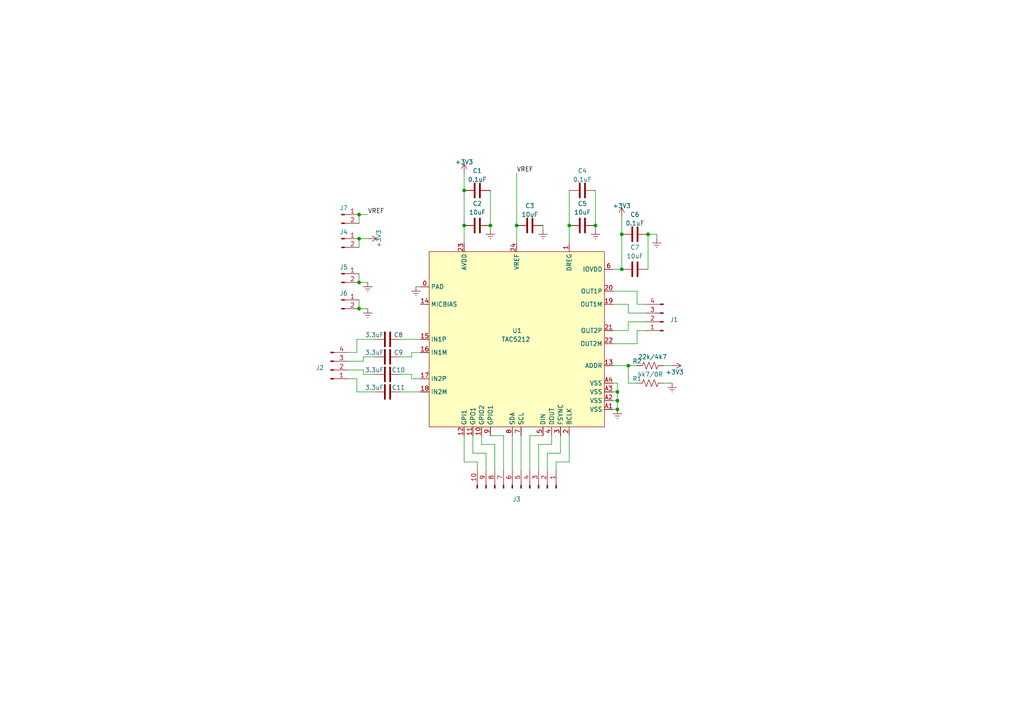
<source format=kicad_sch>
(kicad_sch (version 20230121) (generator eeschema)
  (paper "A4")
  (lib_symbols
    (symbol "Connector:Conn_01x02_Pin" (pin_names (offset 1.016) hide)
      (property "Reference" "J" (at 0 2.54 0))
      (property "Value" "Conn_01x02_Pin" (at 0 -5.08 0))
      (symbol "Conn_01x02_Pin_1_1"
        (polyline (pts (xy 1.27 -2.54) (xy 0.8636 -2.54)) (stroke (width 0.1524)))
        (polyline (pts (xy 1.27 0) (xy 0.8636 0)) (stroke (width 0.1524)))
        (rectangle (start 0.8636 -2.413) (end 0 -2.667) (stroke (width 0.1524)) (fill (type outline)))
        (rectangle (start 0.8636 0.127) (end 0 -0.127) (stroke (width 0.1524)) (fill (type outline)))
        (pin passive line (at 5.08 0 180) (length 3.81) (name "Pin_1") (number "1"))
        (pin passive line (at 5.08 -2.54 180) (length 3.81) (name "Pin_2") (number "2"))
      )
    )
    (symbol "Connector:Conn_01x04_Pin" (pin_names (offset 1.016) hide)
      (property "Reference" "J" (at 0 5.08 0))
      (property "Value" "Conn_01x04_Pin" (at 0 -7.62 0))
      (symbol "Conn_01x04_Pin_1_1"
        (polyline (pts (xy 1.27 -5.08) (xy 0.8636 -5.08)) (stroke (width 0.1524)))
        (polyline (pts (xy 1.27 -2.54) (xy 0.8636 -2.54)) (stroke (width 0.1524)))
        (polyline (pts (xy 1.27 0) (xy 0.8636 0)) (stroke (width 0.1524)))
        (polyline (pts (xy 1.27 2.54) (xy 0.8636 2.54)) (stroke (width 0.1524)))
        (rectangle (start 0.8636 -4.953) (end 0 -5.207) (stroke (width 0.1524)) (fill (type outline)))
        (rectangle (start 0.8636 -2.413) (end 0 -2.667) (stroke (width 0.1524)) (fill (type outline)))
        (rectangle (start 0.8636 0.127) (end 0 -0.127) (stroke (width 0.1524)) (fill (type outline)))
        (rectangle (start 0.8636 2.667) (end 0 2.413) (stroke (width 0.1524)) (fill (type outline)))
        (pin passive line (at 5.08 2.54 180) (length 3.81) (name "Pin_1") (number "1"))
        (pin passive line (at 5.08 0 180) (length 3.81) (name "Pin_2") (number "2"))
        (pin passive line (at 5.08 -2.54 180) (length 3.81) (name "Pin_3") (number "3"))
        (pin passive line (at 5.08 -5.08 180) (length 3.81) (name "Pin_4") (number "4"))
      )
    )
    (symbol "Connector:Conn_01x10_Pin" (pin_names (offset 1.016) hide)
      (property "Reference" "J" (at 0 12.7 0))
      (property "Value" "Conn_01x10_Pin" (at 0 -15.24 0))
      (symbol "Conn_01x10_Pin_1_1"
        (polyline (pts (xy 1.27 -12.7) (xy 0.8636 -12.7)) (stroke (width 0.1524)))
        (polyline (pts (xy 1.27 -10.16) (xy 0.8636 -10.16)) (stroke (width 0.1524)))
        (polyline (pts (xy 1.27 -7.62) (xy 0.8636 -7.62)) (stroke (width 0.1524)))
        (polyline (pts (xy 1.27 -5.08) (xy 0.8636 -5.08)) (stroke (width 0.1524)))
        (polyline (pts (xy 1.27 -2.54) (xy 0.8636 -2.54)) (stroke (width 0.1524)))
        (polyline (pts (xy 1.27 0) (xy 0.8636 0)) (stroke (width 0.1524)))
        (polyline (pts (xy 1.27 2.54) (xy 0.8636 2.54)) (stroke (width 0.1524)))
        (polyline (pts (xy 1.27 5.08) (xy 0.8636 5.08)) (stroke (width 0.1524)))
        (polyline (pts (xy 1.27 7.62) (xy 0.8636 7.62)) (stroke (width 0.1524)))
        (polyline (pts (xy 1.27 10.16) (xy 0.8636 10.16)) (stroke (width 0.1524)))
        (rectangle (start 0.8636 -12.573) (end 0 -12.827) (stroke (width 0.1524)) (fill (type outline)))
        (rectangle (start 0.8636 -10.033) (end 0 -10.287) (stroke (width 0.1524)) (fill (type outline)))
        (rectangle (start 0.8636 -7.493) (end 0 -7.747) (stroke (width 0.1524)) (fill (type outline)))
        (rectangle (start 0.8636 -4.953) (end 0 -5.207) (stroke (width 0.1524)) (fill (type outline)))
        (rectangle (start 0.8636 -2.413) (end 0 -2.667) (stroke (width 0.1524)) (fill (type outline)))
        (rectangle (start 0.8636 0.127) (end 0 -0.127) (stroke (width 0.1524)) (fill (type outline)))
        (rectangle (start 0.8636 2.667) (end 0 2.413) (stroke (width 0.1524)) (fill (type outline)))
        (rectangle (start 0.8636 5.207) (end 0 4.953) (stroke (width 0.1524)) (fill (type outline)))
        (rectangle (start 0.8636 7.747) (end 0 7.493) (stroke (width 0.1524)) (fill (type outline)))
        (rectangle (start 0.8636 10.287) (end 0 10.033) (stroke (width 0.1524)) (fill (type outline)))
        (pin passive line (at 5.08 10.16 180) (length 3.81) (name "Pin_1") (number "1"))
        (pin passive line (at 5.08 -12.7 180) (length 3.81) (name "Pin_10") (number "10"))
        (pin passive line (at 5.08 7.62 180) (length 3.81) (name "Pin_2") (number "2"))
        (pin passive line (at 5.08 5.08 180) (length 3.81) (name "Pin_3") (number "3"))
        (pin passive line (at 5.08 2.54 180) (length 3.81) (name "Pin_4") (number "4"))
        (pin passive line (at 5.08 0 180) (length 3.81) (name "Pin_5") (number "5"))
        (pin passive line (at 5.08 -2.54 180) (length 3.81) (name "Pin_6") (number "6"))
        (pin passive line (at 5.08 -5.08 180) (length 3.81) (name "Pin_7") (number "7"))
        (pin passive line (at 5.08 -7.62 180) (length 3.81) (name "Pin_8") (number "8"))
        (pin passive line (at 5.08 -10.16 180) (length 3.81) (name "Pin_9") (number "9"))
      )
    )
    (symbol "Device:C" (pin_numbers hide) (pin_names (offset 0.254))
      (property "Reference" "C" (at 0.635 2.54 0))
      (property "Value" "C" (at 0.635 -2.54 0))
      (symbol "C_0_1"
        (polyline (pts (xy -2.032 -0.762) (xy 2.032 -0.762)) (stroke (width 0.508)))
        (polyline (pts (xy -2.032 0.762) (xy 2.032 0.762)) (stroke (width 0.508)))
      )
      (symbol "C_1_1"
        (pin passive line (at 0 3.81 270) (length 2.794) (name "~") (number "1"))
        (pin passive line (at 0 -3.81 90) (length 2.794) (name "~") (number "2"))
      )
    )
    (symbol "Device:R_US" (pin_numbers hide) (pin_names (offset 0))
      (property "Reference" "R" (at 2.54 0 90))
      (property "Value" "R_US" (at -2.54 0 90))
      (symbol "R_US_0_1"
        (polyline (pts (xy 0 -2.286) (xy 0 -2.54)))
        (polyline (pts (xy 0 2.286) (xy 0 2.54)))
        (polyline (pts (xy 0 -0.762) (xy 1.016 -1.143) (xy 0 -1.524) (xy -1.016 -1.905) (xy 0 -2.286)))
        (polyline (pts (xy 0 0.762) (xy 1.016 0.381) (xy 0 0) (xy -1.016 -0.381) (xy 0 -0.762)))
        (polyline (pts (xy 0 2.286) (xy 1.016 1.905) (xy 0 1.524) (xy -1.016 1.143) (xy 0 0.762)))
      )
      (symbol "R_US_1_1"
        (pin passive line (at 0 3.81 270) (length 1.27) (name "~") (number "1"))
        (pin passive line (at 0 -3.81 90) (length 1.27) (name "~") (number "2"))
      )
    )
    (symbol "openmic:TAC5212"
      (property "Reference" "U" (at 0 0 0))
      (property "Value" "TAC5212" (at 0 -2.54 0))
      (symbol "TAC5212_1_1"
        (rectangle (start -25.4 25.4) (end 25.4 -25.4) (fill (type background)))
        (pin passive line (at -27.94 15.24 0) (length 2.54) (name "PAD") (number "0"))
        (pin passive line (at 15.24 27.94 270) (length 2.54) (name "DREG") (number "1"))
        (pin bidirectional line (at -10.16 -27.94 90) (length 2.54) (name "GPIO2") (number "10"))
        (pin output line (at -12.7 -27.94 90) (length 2.54) (name "GPO1") (number "11"))
        (pin input line (at -15.24 -27.94 90) (length 2.54) (name "GPI1") (number "12"))
        (pin passive line (at 27.94 -7.62 180) (length 2.54) (name "ADDR") (number "13"))
        (pin output line (at -27.94 10.16 0) (length 2.54) (name "MICBIAS") (number "14"))
        (pin input line (at -27.94 0 0) (length 2.54) (name "IN1P") (number "15"))
        (pin input line (at -27.94 -3.81 0) (length 2.54) (name "IN1M") (number "16"))
        (pin input line (at -27.94 -11.43 0) (length 2.54) (name "IN2P") (number "17"))
        (pin input line (at -27.94 -15.24 0) (length 2.54) (name "IN2M") (number "18"))
        (pin output line (at 27.94 10.16 180) (length 2.54) (name "OUT1M") (number "19"))
        (pin input line (at 15.24 -27.94 90) (length 2.54) (name "BCLK") (number "2"))
        (pin output line (at 27.94 13.97 180) (length 2.54) (name "OUT1P") (number "20"))
        (pin output line (at 27.94 2.54 180) (length 2.54) (name "OUT2P") (number "21"))
        (pin output line (at 27.94 -1.27 180) (length 2.54) (name "OUT2M") (number "22"))
        (pin power_in line (at -15.24 27.94 270) (length 2.54) (name "AVDD") (number "23"))
        (pin output line (at 0 27.94 270) (length 2.54) (name "VREF") (number "24"))
        (pin input line (at 12.7 -27.94 90) (length 2.54) (name "FSYNC") (number "3"))
        (pin output line (at 10.16 -27.94 90) (length 2.54) (name "DOUT") (number "4"))
        (pin input line (at 7.62 -27.94 90) (length 2.54) (name "DIN") (number "5"))
        (pin power_in line (at 27.94 20.32 180) (length 2.54) (name "IOVDD") (number "6"))
        (pin bidirectional line (at 1.27 -27.94 90) (length 2.54) (name "SCL") (number "7"))
        (pin bidirectional line (at -1.27 -27.94 90) (length 2.54) (name "SDA") (number "8"))
        (pin bidirectional line (at -7.62 -27.94 90) (length 2.54) (name "GPIO1") (number "9"))
        (pin passive line (at 27.94 -20.32 180) (length 2.54) (name "VSS") (number "A1"))
        (pin passive line (at 27.94 -17.78 180) (length 2.54) (name "VSS") (number "A2"))
        (pin passive line (at 27.94 -15.24 180) (length 2.54) (name "VSS") (number "A3"))
        (pin passive line (at 27.94 -12.7 180) (length 2.54) (name "VSS") (number "A4"))
      )
    )
    (symbol "power:+3V3" (power) (pin_names (offset 0))
      (property "Value" "+3V3" (at 0 3.556 0))
      (symbol "+3V3_0_1"
        (polyline (pts (xy -0.762 1.27) (xy 0 2.54)))
        (polyline (pts (xy 0 0) (xy 0 2.54)))
        (polyline (pts (xy 0 2.54) (xy 0.762 1.27)))
      )
      (symbol "+3V3_1_1"
        (pin power_in line (at 0 0 90) (length 0) hide (name "+3V3") (number "1"))
      )
    )
    (symbol "power:Earth" (power) (pin_names (offset 0))
      (symbol "Earth_0_1"
        (polyline (pts (xy -0.635 -1.905) (xy 0.635 -1.905)))
        (polyline (pts (xy -0.127 -2.54) (xy 0.127 -2.54)))
        (polyline (pts (xy 0 -1.27) (xy 0 0)))
        (polyline (pts (xy 1.27 -1.27) (xy -1.27 -1.27)))
      )
      (symbol "Earth_1_1"
        (pin power_in line (at 0 0 270) (length 0) hide (name "Earth") (number "1"))
      )
    )
  )
  (junction (at 180.34 78.105))
  (junction (at 172.72 65.405))
  (junction (at 165.1 65.405))
  (junction (at 104.14 89.535))
  (junction (at 134.62 55.245))
  (junction (at 149.86 65.405))
  (junction (at 182.245 106.045))
  (junction (at 179.07 118.745))
  (junction (at 134.62 65.405))
  (junction (at 179.07 116.205))
  (junction (at 104.14 62.23))
  (junction (at 104.14 69.215))
  (junction (at 104.14 81.915))
  (junction (at 180.34 67.945))
  (junction (at 179.07 113.665))
  (junction (at 187.96 67.945))
  (junction (at 142.24 65.405))
  (wire (pts (xy 100.965 102.235) (xy 103.505 102.235)))
  (wire (pts (xy 192.405 106.045) (xy 194.945 106.045)))
  (wire (pts (xy 165.1 126.365) (xy 165.1 133.985)))
  (wire (pts (xy 172.72 65.405) (xy 172.72 66.675)))
  (wire (pts (xy 187.96 67.945) (xy 187.96 78.105)))
  (wire (pts (xy 103.505 98.425) (xy 108.585 98.425)))
  (wire (pts (xy 190.5 67.945) (xy 190.5 69.215)))
  (wire (pts (xy 184.785 95.885) (xy 187.325 95.885)))
  (wire (pts (xy 106.68 69.215) (xy 104.14 69.215)))
  (wire (pts (xy 151.13 126.365) (xy 151.13 136.525)))
  (wire (pts (xy 104.14 69.215) (xy 104.14 71.755)))
  (wire (pts (xy 143.51 128.905) (xy 143.51 136.525)))
  (wire (pts (xy 134.62 50.165) (xy 134.62 55.245)))
  (wire (pts (xy 142.24 55.245) (xy 142.24 65.405)))
  (wire (pts (xy 179.07 111.125) (xy 177.8 111.125)))
  (wire (pts (xy 177.8 99.695) (xy 184.785 99.695)))
  (wire (pts (xy 116.205 108.585) (xy 119.38 108.585)))
  (wire (pts (xy 106.68 62.23) (xy 104.14 62.23)))
  (wire (pts (xy 116.205 98.425) (xy 121.92 98.425)))
  (wire (pts (xy 119.38 103.505) (xy 116.205 103.505)))
  (wire (pts (xy 162.56 131.445) (xy 158.75 131.445)))
  (wire (pts (xy 139.7 126.365) (xy 139.7 128.905)))
  (wire (pts (xy 106.68 89.535) (xy 104.14 89.535)))
  (wire (pts (xy 177.8 84.455) (xy 184.785 84.455)))
  (wire (pts (xy 100.965 104.775) (xy 105.41 104.775)))
  (wire (pts (xy 105.41 108.585) (xy 108.585 108.585)))
  (wire (pts (xy 106.68 81.915) (xy 104.14 81.915)))
  (wire (pts (xy 157.48 126.365) (xy 153.67 126.365)))
  (wire (pts (xy 142.24 65.405) (xy 142.24 66.675)))
  (wire (pts (xy 172.72 55.245) (xy 172.72 65.405)))
  (wire (pts (xy 120.65 83.185) (xy 121.92 83.185)))
  (wire (pts (xy 138.43 133.985) (xy 138.43 136.525)))
  (wire (pts (xy 177.8 95.885) (xy 182.245 95.885)))
  (wire (pts (xy 165.1 55.245) (xy 165.1 65.405)))
  (wire (pts (xy 149.86 65.405) (xy 149.86 70.485)))
  (wire (pts (xy 182.245 93.345) (xy 182.245 95.885)))
  (wire (pts (xy 148.59 126.365) (xy 148.59 136.525)))
  (wire (pts (xy 179.07 113.665) (xy 179.07 116.205)))
  (wire (pts (xy 182.245 90.805) (xy 187.325 90.805)))
  (wire (pts (xy 190.5 67.945) (xy 187.96 67.945)))
  (wire (pts (xy 192.405 111.125) (xy 194.945 111.125)))
  (wire (pts (xy 105.41 104.775) (xy 105.41 103.505)))
  (wire (pts (xy 134.62 126.365) (xy 134.62 133.985)))
  (wire (pts (xy 180.34 67.945) (xy 180.34 78.105)))
  (wire (pts (xy 179.07 118.745) (xy 177.8 118.745)))
  (wire (pts (xy 103.505 109.855) (xy 103.505 113.665)))
  (wire (pts (xy 105.41 107.315) (xy 105.41 108.585)))
  (wire (pts (xy 103.505 109.855) (xy 100.965 109.855)))
  (wire (pts (xy 158.75 131.445) (xy 158.75 136.525)))
  (wire (pts (xy 160.02 128.905) (xy 156.21 128.905)))
  (wire (pts (xy 149.86 50.165) (xy 149.86 65.405)))
  (wire (pts (xy 121.92 102.235) (xy 119.38 102.235)))
  (wire (pts (xy 105.41 103.505) (xy 108.585 103.505)))
  (wire (pts (xy 182.245 111.125) (xy 182.245 106.045)))
  (wire (pts (xy 179.07 116.205) (xy 179.07 118.745)))
  (wire (pts (xy 153.67 126.365) (xy 153.67 136.525)))
  (wire (pts (xy 103.505 113.665) (xy 108.585 113.665)))
  (wire (pts (xy 179.07 116.205) (xy 177.8 116.205)))
  (wire (pts (xy 139.7 128.905) (xy 143.51 128.905)))
  (wire (pts (xy 119.38 108.585) (xy 119.38 109.855)))
  (wire (pts (xy 137.16 131.445) (xy 140.97 131.445)))
  (wire (pts (xy 156.21 128.905) (xy 156.21 136.525)))
  (wire (pts (xy 177.8 88.265) (xy 182.245 88.265)))
  (wire (pts (xy 116.205 113.665) (xy 121.92 113.665)))
  (wire (pts (xy 146.05 126.365) (xy 146.05 136.525)))
  (wire (pts (xy 160.02 126.365) (xy 160.02 128.905)))
  (wire (pts (xy 103.505 102.235) (xy 103.505 98.425)))
  (wire (pts (xy 104.14 81.915) (xy 104.14 79.375)))
  (wire (pts (xy 182.245 106.045) (xy 184.785 106.045)))
  (wire (pts (xy 134.62 65.405) (xy 134.62 70.485)))
  (wire (pts (xy 162.56 126.365) (xy 162.56 131.445)))
  (wire (pts (xy 104.14 62.23) (xy 104.14 64.77)))
  (wire (pts (xy 100.965 107.315) (xy 105.41 107.315)))
  (wire (pts (xy 182.245 93.345) (xy 187.325 93.345)))
  (wire (pts (xy 182.245 106.045) (xy 177.8 106.045)))
  (wire (pts (xy 119.38 109.855) (xy 121.92 109.855)))
  (wire (pts (xy 184.785 84.455) (xy 184.785 88.265)))
  (wire (pts (xy 177.8 78.105) (xy 180.34 78.105)))
  (wire (pts (xy 161.29 133.985) (xy 165.1 133.985)))
  (wire (pts (xy 137.16 126.365) (xy 137.16 131.445)))
  (wire (pts (xy 142.24 126.365) (xy 146.05 126.365)))
  (wire (pts (xy 134.62 133.985) (xy 138.43 133.985)))
  (wire (pts (xy 184.785 88.265) (xy 187.325 88.265)))
  (wire (pts (xy 104.14 89.535) (xy 104.14 86.995)))
  (wire (pts (xy 180.34 62.865) (xy 180.34 67.945)))
  (wire (pts (xy 140.97 131.445) (xy 140.97 136.525)))
  (wire (pts (xy 184.785 95.885) (xy 184.785 99.695)))
  (wire (pts (xy 119.38 102.235) (xy 119.38 103.505)))
  (wire (pts (xy 134.62 55.245) (xy 134.62 65.405)))
  (wire (pts (xy 157.48 66.675) (xy 157.48 65.405)))
  (wire (pts (xy 179.07 113.665) (xy 177.8 113.665)))
  (wire (pts (xy 179.07 111.125) (xy 179.07 113.665)))
  (wire (pts (xy 182.245 90.805) (xy 182.245 88.265)))
  (wire (pts (xy 165.1 65.405) (xy 165.1 70.485)))
  (wire (pts (xy 161.29 133.985) (xy 161.29 136.525)))
  (wire (pts (xy 182.245 111.125) (xy 184.785 111.125)))
  (label "VREF" (at 149.86 50.165 0))
  (label "VREF" (at 106.68 62.23 0))
  (symbol (lib_id "Connector:Conn_01x04_Pin") (at 95.885 107.315 0) (mirror x) (unit 1)
    (property "Reference" "J2" (at 93.98 106.68 0) (effects (justify right)))
    (property "Value" "Conn_01x04_Pin" (effects hide))
    (property "Footprint" "Connector_PinHeader_2.54mm:PinHeader_1x04_P2.54mm_Vertical" (effects hide))
  )
  (symbol (lib_id "power:Earth") (at 120.65 83.185 0) (unit 1)
    (property "Reference" "#PWR010" (effects hide))
    (property "Value" "Earth" (effects hide))
  )
  (symbol (lib_id "Device:R_US") (at 188.595 106.045 90) (unit 1)
    (property "Reference" "R2" (at 184.785 104.775 90))
    (property "Value" "22k/4k7" (at 189.23 103.505 90))
    (property "Footprint" "Resistor_SMD:R_0603_1608Metric_Pad0.98x0.95mm_HandSolder" (effects hide))
  )
  (symbol (lib_id "power:+3V3") (at 180.34 62.865 0) (unit 1)
    (property "Reference" "#PWR05" (effects hide))
    (property "Value" "+3V3" (at 180.34 59.69 0))
  )
  (symbol (lib_id "power:Earth") (at 142.24 66.675 0) (unit 1)
    (property "Reference" "#PWR01" (effects hide))
    (property "Value" "Earth" (effects hide))
  )
  (symbol (lib_id "openmic:TAC5212") (at 149.86 98.425 0) (unit 1)
    (property "Reference" "U1" (at 148.59 95.885 0) (effects (justify left)))
    (property "Value" "TAC5212" (at 145.415 98.425 0) (effects (justify left)))
    (property "Footprint" "om_componentslibrary:TAC5212" (effects hide))
  )
  (symbol (lib_id "power:Earth") (at 194.945 111.125 0) (unit 1)
    (property "Reference" "#PWR07" (effects hide))
    (property "Value" "Earth" (effects hide))
  )
  (symbol (lib_id "Device:C") (at 112.395 113.665 90) (unit 1)
    (property "Reference" "C11" (at 115.57 112.395 90))
    (property "Value" "3.3uF" (at 108.585 112.395 90))
    (property "Footprint" "Capacitor_SMD:C_0603_1608Metric_Pad1.08x0.95mm_HandSolder" (effects hide))
  )
  (symbol (lib_id "Connector:Conn_01x04_Pin") (at 192.405 93.345 180) (unit 1)
    (property "Reference" "J1" (at 194.31 92.71 0) (effects (justify right)))
    (property "Value" "Conn_01x04_Pin" (effects hide))
    (property "Footprint" "Connector_PinHeader_2.54mm:PinHeader_1x04_P2.54mm_Vertical" (effects hide))
  )
  (symbol (lib_id "Device:C") (at 112.395 98.425 90) (unit 1)
    (property "Reference" "C8" (at 115.57 97.155 90))
    (property "Value" "3.3uF" (at 108.585 97.155 90))
    (property "Footprint" "Capacitor_SMD:C_0603_1608Metric_Pad1.08x0.95mm_HandSolder" (effects hide))
  )
  (symbol (lib_id "Device:C") (at 112.395 103.505 90) (unit 1)
    (property "Reference" "C9" (at 115.57 102.235 90))
    (property "Value" "3.3uF" (at 108.585 102.235 90))
    (property "Footprint" "Capacitor_SMD:C_0603_1608Metric_Pad1.08x0.95mm_HandSolder" (effects hide))
  )
  (symbol (lib_id "Connector:Conn_01x02_Pin") (at 99.06 62.23 0) (unit 1)
    (property "Reference" "J7" (at 99.695 60.325 0))
    (property "Value" "Conn_01x02_Pin" (effects hide))
    (property "Footprint" "Connector_PinHeader_2.54mm:PinHeader_1x02_P2.54mm_Vertical" (effects hide))
  )
  (symbol (lib_id "Device:C") (at 138.43 65.405 90) (unit 1)
    (property "Reference" "C2" (at 138.43 59.055 90))
    (property "Value" "10uF" (at 138.43 61.595 90))
    (property "Footprint" "Capacitor_SMD:C_0603_1608Metric_Pad1.08x0.95mm_HandSolder" (effects hide))
  )
  (symbol (lib_id "Device:C") (at 138.43 55.245 90) (unit 1)
    (property "Reference" "C1" (at 138.43 49.53 90))
    (property "Value" "0.1uF" (at 138.43 52.07 90))
    (property "Footprint" "Capacitor_SMD:C_0603_1608Metric_Pad1.08x0.95mm_HandSolder" (effects hide))
  )
  (symbol (lib_id "power:Earth") (at 106.68 81.915 0) (unit 1)
    (property "Reference" "#PWR012" (effects hide))
    (property "Value" "Earth" (effects hide))
  )
  (symbol (lib_id "Device:C") (at 184.15 67.945 90) (unit 1)
    (property "Reference" "C6" (at 184.15 62.23 90))
    (property "Value" "0.1uF" (at 184.15 64.77 90))
    (property "Footprint" "Capacitor_SMD:C_0603_1608Metric_Pad1.08x0.95mm_HandSolder" (effects hide))
  )
  (symbol (lib_id "Device:C") (at 153.67 65.405 90) (unit 1)
    (property "Reference" "C3" (at 153.67 59.69 90))
    (property "Value" "10uF" (at 153.67 62.23 90))
    (property "Footprint" "Capacitor_SMD:C_0603_1608Metric_Pad1.08x0.95mm_HandSolder" (effects hide))
  )
  (symbol (lib_id "power:+3V3") (at 106.68 69.215 270) (unit 1)
    (property "Reference" "#PWR011" (effects hide))
    (property "Value" "+3V3" (at 109.855 69.215 0))
  )
  (symbol (lib_id "Device:C") (at 112.395 108.585 90) (unit 1)
    (property "Reference" "C10" (at 115.57 107.315 90))
    (property "Value" "3.3uF" (at 108.585 107.315 90))
    (property "Footprint" "Capacitor_SMD:C_0603_1608Metric_Pad1.08x0.95mm_HandSolder" (effects hide))
  )
  (symbol (lib_id "power:+3V3") (at 194.945 106.045 270) (unit 1)
    (property "Reference" "#PWR09" (effects hide))
    (property "Value" "+3V3" (at 193.04 107.95 90) (effects (justify left)))
  )
  (symbol (lib_id "power:Earth") (at 172.72 66.675 0) (unit 1)
    (property "Reference" "#PWR04" (effects hide))
    (property "Value" "Earth" (effects hide))
  )
  (symbol (lib_id "Connector:Conn_01x02_Pin") (at 99.06 79.375 0) (unit 1)
    (property "Reference" "J5" (at 99.695 77.47 0))
    (property "Value" "Conn_01x02_Pin" (effects hide))
    (property "Footprint" "Connector_PinHeader_2.54mm:PinHeader_1x02_P2.54mm_Vertical" (effects hide))
  )
  (symbol (lib_id "Connector:Conn_01x02_Pin") (at 99.06 69.215 0) (unit 1)
    (property "Reference" "J4" (at 99.695 67.31 0))
    (property "Value" "Conn_01x02_Pin" (effects hide))
    (property "Footprint" "Connector_PinHeader_2.54mm:PinHeader_1x02_P2.54mm_Vertical" (effects hide))
  )
  (symbol (lib_id "Connector:Conn_01x10_Pin") (at 151.13 141.605 270) (mirror x) (unit 1)
    (property "Reference" "J3" (at 149.86 144.78 90))
    (property "Value" "Conn_01x10_Pin" (effects hide))
    (property "Footprint" "Connector_PinHeader_2.54mm:PinHeader_1x10_P2.54mm_Vertical" (effects hide))
  )
  (symbol (lib_id "Connector:Conn_01x02_Pin") (at 99.06 86.995 0) (unit 1)
    (property "Reference" "J6" (at 99.695 85.09 0))
    (property "Value" "Conn_01x02_Pin" (effects hide))
    (property "Footprint" "Connector_PinHeader_2.54mm:PinHeader_1x02_P2.54mm_Vertical" (effects hide))
  )
  (symbol (lib_id "power:Earth") (at 190.5 69.215 0) (unit 1)
    (property "Reference" "#PWR06" (effects hide))
    (property "Value" "Earth" (effects hide))
  )
  (symbol (lib_id "Device:R_US") (at 188.595 111.125 90) (unit 1)
    (property "Reference" "R1" (at 184.785 109.855 90))
    (property "Value" "4k7/0R" (at 188.595 108.585 90))
    (property "Footprint" "Resistor_SMD:R_0603_1608Metric_Pad0.98x0.95mm_HandSolder" (effects hide))
  )
  (symbol (lib_id "power:+3V3") (at 134.62 50.165 0) (unit 1)
    (property "Reference" "#PWR02" (effects hide))
    (property "Value" "+3V3" (at 134.62 46.99 0))
  )
  (symbol (lib_id "Device:C") (at 168.91 55.245 90) (unit 1)
    (property "Reference" "C4" (at 168.91 49.53 90))
    (property "Value" "0.1uF" (at 168.91 52.07 90))
    (property "Footprint" "Capacitor_SMD:C_0603_1608Metric_Pad1.08x0.95mm_HandSolder" (effects hide))
  )
  (symbol (lib_id "power:Earth") (at 106.68 89.535 0) (unit 1)
    (property "Reference" "#PWR013" (effects hide))
    (property "Value" "Earth" (effects hide))
  )
  (symbol (lib_id "power:Earth") (at 179.07 118.745 0) (unit 1)
    (property "Reference" "#PWR08" (effects hide))
    (property "Value" "Earth" (effects hide))
  )
  (symbol (lib_id "power:Earth") (at 157.48 66.675 0) (unit 1)
    (property "Reference" "#PWR03" (effects hide))
    (property "Value" "Earth" (effects hide))
  )
  (symbol (lib_id "Device:C") (at 168.91 65.405 90) (unit 1)
    (property "Reference" "C5" (at 168.91 59.055 90))
    (property "Value" "10uF" (at 168.91 61.595 90))
    (property "Footprint" "Capacitor_SMD:C_0603_1608Metric_Pad1.08x0.95mm_HandSolder" (effects hide))
  )
  (symbol (lib_id "Device:C") (at 184.15 78.105 90) (unit 1)
    (property "Reference" "C7" (at 184.15 71.755 90))
    (property "Value" "10uF" (at 184.15 74.295 90))
    (property "Footprint" "Capacitor_SMD:C_0603_1608Metric_Pad1.08x0.95mm_HandSolder" (effects hide))
  )
)
</source>
